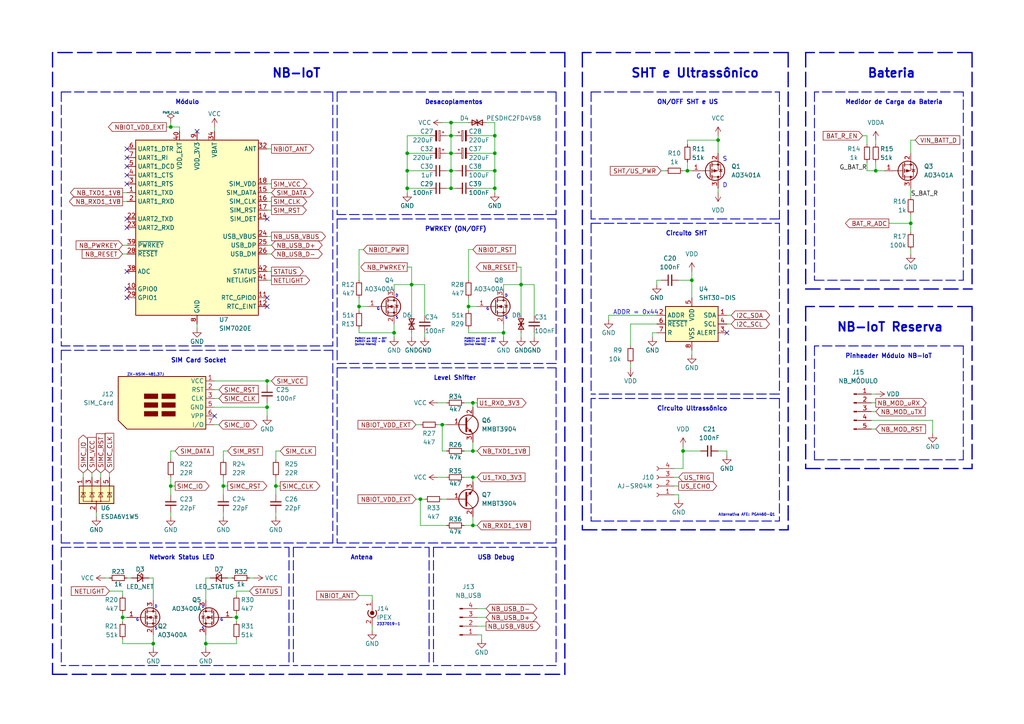
<source format=kicad_sch>
(kicad_sch (version 20211123) (generator eeschema)
  (paper "A4")
  (lib_symbols
    (symbol "Connector:Conn_01x04_Female" (pin_names (offset 1.016) hide)
      (property "Reference" "J" (at 0 5.08 0))
      (property "Value" "Conn_01x04_Female" (at 0 -7.62 0))
      (symbol "Conn_01x04_Female_1_1"
        (pin passive line (at -5.08 2.54 0) (length 3.81) (name "Pin_1") (number "1"))
        (pin passive line (at -5.08 0 0) (length 3.81) (name "Pin_2") (number "2"))
        (pin passive line (at -5.08 -2.54 0) (length 3.81) (name "Pin_3") (number "3"))
        (pin passive line (at -5.08 -5.08 0) (length 3.81) (name "Pin_4") (number "4"))
      )
    )
    (symbol "Connector:Conn_01x04_Male" (pin_names (offset 1.016) hide)
      (property "Reference" "J" (at 0 5.08 0))
      (property "Value" "Conn_01x04_Male" (at 0 -7.62 0))
      (symbol "Conn_01x04_Male_1_1"
        (pin passive line (at 5.08 2.54 180) (length 3.81) (name "Pin_1") (number "1"))
        (pin passive line (at 5.08 0 180) (length 3.81) (name "Pin_2") (number "2"))
        (pin passive line (at 5.08 -2.54 180) (length 3.81) (name "Pin_3") (number "3"))
        (pin passive line (at 5.08 -5.08 180) (length 3.81) (name "Pin_4") (number "4"))
      )
    )
    (symbol "Connector:Conn_01x05_Male" (pin_names (offset 1.016) hide)
      (property "Reference" "J" (at 0 7.62 0))
      (property "Value" "Conn_01x05_Male" (at 0 -7.62 0))
      (symbol "Conn_01x05_Male_1_1"
        (pin passive line (at 5.08 5.08 180) (length 3.81) (name "Pin_1") (number "1"))
        (pin passive line (at 5.08 2.54 180) (length 3.81) (name "Pin_2") (number "2"))
        (pin passive line (at 5.08 0 180) (length 3.81) (name "Pin_3") (number "3"))
        (pin passive line (at 5.08 -2.54 180) (length 3.81) (name "Pin_4") (number "4"))
        (pin passive line (at 5.08 -5.08 180) (length 3.81) (name "Pin_5") (number "5"))
      )
    )
    (symbol "Connector:Conn_Coaxial_Power" (pin_names (offset 1.016) hide)
      (property "Reference" "J" (at -5.08 -1.27 90))
      (property "Value" "Conn_Coaxial_Power" (at -3.175 -1.27 90))
      (symbol "Conn_Coaxial_Power_1_1"
        (pin passive line (at 0 2.54 270) (length 2.54) (name "In") (number "1"))
        (pin passive line (at 0 -5.08 90) (length 2.54) (name "Ext") (number "2"))
      )
    )
    (symbol "Connector:SIM_Card"
      (property "Reference" "J" (at -2.54 12.7 0))
      (property "Value" "SIM_Card" (at -1.27 10.16 0))
      (symbol "SIM_Card_1_1"
        (pin power_in line (at -12.7 7.62 0) (length 2.54) (name "VCC") (number "1"))
        (pin input line (at -12.7 5.08 0) (length 2.54) (name "RST") (number "2"))
        (pin input line (at -12.7 2.54 0) (length 2.54) (name "CLK") (number "3"))
        (pin power_in line (at -12.7 0 0) (length 2.54) (name "GND") (number "5"))
        (pin input line (at -12.7 -2.54 0) (length 2.54) (name "VPP") (number "6"))
        (pin bidirectional line (at -12.7 -5.08 0) (length 2.54) (name "I/O") (number "7"))
      )
    )
    (symbol "Device:C_Polarized_Small" (pin_numbers hide) (pin_names (offset 0.254) hide)
      (property "Reference" "C" (at 0.254 1.778 0))
      (property "Value" "C_Polarized_Small" (at 0.254 -2.032 0))
      (symbol "C_Polarized_Small_1_1"
        (pin passive line (at 0 2.54 270) (length 1.8542) (name "~") (number "1"))
        (pin passive line (at 0 -2.54 90) (length 1.8542) (name "~") (number "2"))
      )
    )
    (symbol "Device:C_Small" (pin_numbers hide) (pin_names (offset 0.254) hide)
      (property "Reference" "C" (at 0.254 1.778 0))
      (property "Value" "C_Small" (at 0.254 -2.032 0))
      (symbol "C_Small_1_1"
        (pin passive line (at 0 2.54 270) (length 2.032) (name "~") (number "1"))
        (pin passive line (at 0 -2.54 90) (length 2.032) (name "~") (number "2"))
      )
    )
    (symbol "Device:LED_Small" (pin_numbers hide) (pin_names (offset 0.254) hide)
      (property "Reference" "D" (at -1.27 3.175 0))
      (property "Value" "LED_Small" (at -4.445 -2.54 0))
      (symbol "LED_Small_1_1"
        (pin passive line (at -2.54 0 0) (length 1.778) (name "K") (number "1"))
        (pin passive line (at 2.54 0 180) (length 1.778) (name "A") (number "2"))
      )
    )
    (symbol "Device:Q_NPN_BCE" (pin_names (offset 0) hide)
      (property "Reference" "Q" (at 5.08 1.27 0))
      (property "Value" "Q_NPN_BCE" (at 5.08 -1.27 0))
      (symbol "Q_NPN_BCE_1_1"
        (pin input line (at -5.08 0 0) (length 5.715) (name "B") (number "1"))
        (pin passive line (at 2.54 5.08 270) (length 2.54) (name "C") (number "2"))
        (pin passive line (at 2.54 -5.08 90) (length 2.54) (name "E") (number "3"))
      )
    )
    (symbol "Device:R_Small" (pin_numbers hide) (pin_names (offset 0.254) hide)
      (property "Reference" "R" (at 0.762 0.508 0))
      (property "Value" "R_Small" (at 0.762 -1.016 0))
      (symbol "R_Small_1_1"
        (pin passive line (at 0 2.54 270) (length 0.762) (name "~") (number "1"))
        (pin passive line (at 0 -2.54 90) (length 0.762) (name "~") (number "2"))
      )
    )
    (symbol "LS_Library:D_TVS_small" (pin_numbers hide) (pin_names hide)
      (property "Reference" "D" (at 0 2.794 0))
      (property "Value" "D_TVS_small" (at 0 2.794 0))
      (symbol "D_TVS_small_1_1"
        (pin passive line (at -2.54 0 0) (length 2.54) (name "A1") (number "1"))
        (pin passive line (at 2.54 0 180) (length 2.54) (name "A2") (number "2"))
      )
    )
    (symbol "LS_Library:ESDA6V1W5" (pin_names hide)
      (property "Reference" "U" (at -11.176 -0.254 0))
      (property "Value" "ESDA6V1W5" (at -11.176 -0.254 0))
      (symbol "ESDA6V1W5_0_0"
        (pin passive line (at 0 -5.08 90) (length 2.54) (name "GND") (number "2"))
      )
      (symbol "ESDA6V1W5_1_1"
        (pin passive line (at -3.81 5.08 270) (length 2.54) (name "IO1") (number "1"))
        (pin passive line (at -1.27 5.08 270) (length 2.54) (name "IO2") (number "3"))
        (pin passive line (at 1.27 5.08 270) (length 2.54) (name "IO4") (number "4"))
        (pin passive line (at 3.81 5.08 270) (length 2.54) (name "IO5") (number "5"))
      )
    )
    (symbol "RF_GSM:SIM7020E"
      (property "Reference" "U" (at -15.24 26.67 0))
      (property "Value" "SIM7020E" (at 12.7 26.67 0))
      (symbol "SIM7020E_1_1"
        (pin output line (at -20.32 10.16 0) (length 2.54) (name "UART1_TXD") (number "1"))
        (pin bidirectional line (at -20.32 -17.78 0) (length 2.54) (name "GPIO0") (number "10"))
        (pin output line (at 20.32 -20.32 180) (length 2.54) (name "RTC_GPIO0") (number "11"))
        (pin input line (at 20.32 -22.86 180) (length 2.54) (name "RTC_EINT") (number "12"))
        (pin passive line (at 0 -27.94 90) (length 2.54) hide (name "GND") (number "13"))
        (pin input line (at 20.32 2.54 180) (length 2.54) (name "SIM_DET") (number "14"))
        (pin bidirectional line (at 20.32 10.16 180) (length 2.54) (name "SIM_DATA") (number "15"))
        (pin output line (at 20.32 7.62 180) (length 2.54) (name "SIM_CLK") (number "16"))
        (pin output line (at 20.32 5.08 180) (length 2.54) (name "SIM_RST") (number "17"))
        (pin power_out line (at 20.32 12.7 180) (length 2.54) (name "SIM_VDD") (number "18"))
        (pin passive line (at 0 -27.94 90) (length 2.54) hide (name "GND") (number "19"))
        (pin input line (at -20.32 7.62 0) (length 2.54) (name "UART1_RXD") (number "2"))
        (pin no_connect line (at 17.78 17.78 180) (length 2.54) hide (name "NC") (number "20"))
        (pin passive line (at 0 -27.94 90) (length 2.54) hide (name "GND") (number "21"))
        (pin output line (at -20.32 2.54 0) (length 2.54) (name "UART2_TXD") (number "22"))
        (pin input line (at -20.32 0 0) (length 2.54) (name "UART2_RXD") (number "23"))
        (pin input line (at 20.32 -2.54 180) (length 2.54) (name "USB_VBUS") (number "24"))
        (pin bidirectional line (at 20.32 -5.08 180) (length 2.54) (name "USB_DP") (number "25"))
        (pin bidirectional line (at 20.32 -7.62 180) (length 2.54) (name "USB_DM") (number "26"))
        (pin passive line (at 0 -27.94 90) (length 2.54) hide (name "GND") (number "27"))
        (pin input line (at -20.32 -7.62 0) (length 2.54) (name "~{RESET}") (number "28"))
        (pin bidirectional line (at -20.32 -20.32 0) (length 2.54) (name "GPIO1") (number "29"))
        (pin input line (at -20.32 12.7 0) (length 2.54) (name "UART1_RTS") (number "3"))
        (pin passive line (at 0 -27.94 90) (length 2.54) hide (name "GND") (number "30"))
        (pin passive line (at 0 -27.94 90) (length 2.54) hide (name "GND") (number "31"))
        (pin passive line (at 20.32 22.86 180) (length 2.54) (name "ANT") (number "32"))
        (pin passive line (at 0 -27.94 90) (length 2.54) hide (name "GND") (number "33"))
        (pin power_in line (at 5.08 27.94 270) (length 2.54) (name "VBAT") (number "34"))
        (pin passive line (at 5.08 27.94 270) (length 2.54) hide (name "VBAT") (number "35"))
        (pin passive line (at 0 -27.94 90) (length 2.54) hide (name "GND") (number "36"))
        (pin passive line (at 0 -27.94 90) (length 2.54) hide (name "GND") (number "37"))
        (pin input line (at -20.32 -12.7 0) (length 2.54) (name "ADC") (number "38"))
        (pin input line (at -20.32 -5.08 0) (length 2.54) (name "~{PWRKEY}") (number "39"))
        (pin output line (at -20.32 15.24 0) (length 2.54) (name "UART1_CTS") (number "4"))
        (pin power_out line (at -5.08 27.94 270) (length 2.54) (name "VDD_EXT") (number "40"))
        (pin output line (at 20.32 -15.24 180) (length 2.54) (name "NETLIGHT") (number "41"))
        (pin output line (at 20.32 -12.7 180) (length 2.54) (name "STATUS") (number "42"))
        (pin output line (at -20.32 17.78 0) (length 2.54) (name "UART1_DCD") (number "5"))
        (pin input line (at -20.32 22.86 0) (length 2.54) (name "UART1_DTR") (number "6"))
        (pin output line (at -20.32 20.32 0) (length 2.54) (name "UART1_RI") (number "7"))
        (pin power_in line (at 0 -27.94 90) (length 2.54) (name "GND") (number "8"))
        (pin power_out line (at 0 27.94 270) (length 2.54) (name "VDD_3V3") (number "9"))
      )
    )
    (symbol "Sensor_Humidity:SHT30-DIS"
      (property "Reference" "U" (at -6.35 6.35 0))
      (property "Value" "SHT30-DIS" (at 6.35 6.35 0))
      (symbol "SHT30-DIS_1_1"
        (pin bidirectional line (at 10.16 2.54 180) (length 2.54) (name "SDA") (number "1"))
        (pin input line (at -10.16 2.54 0) (length 2.54) (name "ADDR") (number "2"))
        (pin output line (at 10.16 -2.54 180) (length 2.54) (name "ALERT") (number "3"))
        (pin input line (at 10.16 0 180) (length 2.54) (name "SCL") (number "4"))
        (pin power_in line (at 0 7.62 270) (length 2.54) (name "VDD") (number "5"))
        (pin input line (at -10.16 0 0) (length 2.54) (name "~{RESET}") (number "6"))
        (pin passive line (at -10.16 -2.54 0) (length 2.54) (name "R") (number "7"))
        (pin power_in line (at 0 -7.62 90) (length 2.54) (name "VSS") (number "8"))
        (pin passive line (at 0 -7.62 90) (length 2.54) hide (name "VSS") (number "9"))
      )
    )
    (symbol "Transistor_FET:AO3400A" (pin_names hide)
      (property "Reference" "Q" (at 5.08 1.905 0))
      (property "Value" "AO3400A" (at 5.08 0 0))
      (symbol "AO3400A_1_1"
        (pin input line (at -5.08 0 0) (length 2.54) (name "G") (number "1"))
        (pin passive line (at 2.54 -5.08 90) (length 2.54) (name "S") (number "2"))
        (pin passive line (at 2.54 5.08 270) (length 2.54) (name "D") (number "3"))
      )
    )
    (symbol "Transistor_FET:AO3401A" (pin_names hide)
      (property "Reference" "Q" (at 5.08 1.905 0))
      (property "Value" "AO3401A" (at 5.08 0 0))
      (symbol "AO3401A_1_1"
        (pin input line (at -5.08 0 0) (length 2.54) (name "G") (number "1"))
        (pin passive line (at 2.54 -5.08 90) (length 2.54) (name "S") (number "2"))
        (pin passive line (at 2.54 5.08 270) (length 2.54) (name "D") (number "3"))
      )
    )
    (symbol "power:GND" (power) (pin_names (offset 0))
      (property "Value" "GND" (at 0 -3.81 0))
      (symbol "GND_1_1"
        (pin power_in line (at 0 0 270) (length 0) hide (name "GND") (number "1"))
      )
    )
    (symbol "power:PWR_FLAG" (power) (pin_numbers hide) (pin_names (offset 0) hide)
      (property "Value" "PWR_FLAG" (at 0 3.81 0))
      (symbol "PWR_FLAG_0_0"
        (pin power_out line (at 0 0 90) (length 0) (name "pwr") (number "1"))
      )
    )
    (symbol "power:VCC" (power) (pin_names (offset 0))
      (property "Value" "VCC" (at 0 3.81 0))
      (symbol "VCC_1_1"
        (pin power_in line (at 0 0 90) (length 0) hide (name "VCC") (number "1"))
      )
    )
    (symbol "power:VDD" (power) (pin_names (offset 0))
      (property "Value" "VDD" (at 0 3.81 0))
      (symbol "VDD_1_1"
        (pin power_in line (at 0 0 90) (length 0) hide (name "VDD") (number "1"))
      )
    )
    (symbol "power:VDDA" (power) (pin_names (offset 0))
      (property "Value" "VDDA" (at 0 3.81 0))
      (symbol "VDDA_1_1"
        (pin power_in line (at 0 0 90) (length 0) hide (name "VDDA") (number "1"))
      )
    )
  )
  (junction (at 35.56 179.07))
  (junction (at 151.13 82.55))
  (junction (at 49.53 36.83))
  (junction (at 130.81 44.45))
  (junction (at 137.16 116.84))
  (junction (at 77.47 118.11))
  (junction (at 135.89 88.9))
  (junction (at 104.14 88.9))
  (junction (at 128.27 123.19))
  (junction (at 146.05 96.52))
  (junction (at 199.39 49.53))
  (junction (at 130.81 35.56))
  (junction (at 119.38 82.55))
  (junction (at 200.66 81.28))
  (junction (at 143.51 54.61))
  (junction (at 264.16 64.77))
  (junction (at 130.81 54.61))
  (junction (at 118.11 54.61))
  (junction (at 114.3 96.52))
  (junction (at 44.45 186.69))
  (junction (at 143.51 39.37))
  (junction (at 59.69 186.69))
  (junction (at 68.58 179.07))
  (junction (at 143.51 44.45))
  (junction (at 137.16 138.43))
  (junction (at 49.53 140.97))
  (junction (at 80.01 140.97))
  (junction (at 64.77 140.97))
  (junction (at 198.12 130.81))
  (junction (at 130.81 39.37))
  (junction (at 77.47 110.49))
  (junction (at 130.81 49.53))
  (junction (at 118.11 44.45))
  (junction (at 208.28 40.64))
  (junction (at 118.11 49.53))
  (junction (at 137.16 130.81))
  (junction (at 137.16 152.4))
  (junction (at 121.92 144.78))
  (junction (at 254 49.53))
  (junction (at 143.51 49.53))
  (no_connect (at 210.82 96.52))
  (no_connect (at 36.83 48.26))
  (no_connect (at 36.83 53.34))
  (no_connect (at 36.83 50.8))
  (no_connect (at 36.83 45.72))
  (no_connect (at 36.83 43.18))
  (no_connect (at 36.83 66.04))
  (no_connect (at 36.83 63.5))
  (no_connect (at 57.15 38.1))
  (no_connect (at 77.47 63.5))
  (no_connect (at 62.23 120.65))
  (no_connect (at 36.83 86.36))
  (no_connect (at 36.83 83.82))
  (no_connect (at 36.83 78.74))
  (no_connect (at 77.47 86.36))
  (no_connect (at 77.47 88.9))
  (wire (pts (xy 72.39 167.64) (xy 73.66 167.64)))
  (polyline (pts (xy 171.45 115.57) (xy 171.45 151.13)) (stroke (width 0.254)))
  (wire (pts (xy 199.39 49.53) (xy 200.66 49.53)))
  (polyline (pts (xy 279.4 81.28) (xy 279.4 26.67)) (stroke (width 0.254)))
  (wire (pts (xy 64.77 148.59) (xy 64.77 149.86)))
  (polyline (pts (xy 97.79 106.68) (xy 161.29 106.68)) (stroke (width 0.254)))
  (wire (pts (xy 135.89 86.36) (xy 135.89 88.9)))
  (polyline (pts (xy 83.82 193.04) (xy 17.78 193.04)) (stroke (width 0.254)))
  (wire (pts (xy 200.66 81.28) (xy 200.66 86.36)))
  (wire (pts (xy 127 138.43) (xy 129.54 138.43)))
  (wire (pts (xy 137.16 149.86) (xy 137.16 152.4)))
  (wire (pts (xy 137.16 72.39) (xy 135.89 72.39)))
  (polyline (pts (xy 161.29 106.68) (xy 161.29 157.48)) (stroke (width 0.254)))
  (wire (pts (xy 208.28 130.81) (xy 210.82 130.81)))
  (wire (pts (xy 129.54 44.45) (xy 130.81 44.45)))
  (wire (pts (xy 264.16 62.23) (xy 264.16 64.77)))
  (wire (pts (xy 68.58 179.07) (xy 67.31 179.07)))
  (wire (pts (xy 137.16 116.84) (xy 137.16 118.11)))
  (wire (pts (xy 130.81 39.37) (xy 132.08 39.37)))
  (wire (pts (xy 196.85 143.51) (xy 195.58 143.51)))
  (wire (pts (xy 196.85 140.97) (xy 195.58 140.97)))
  (wire (pts (xy 114.3 82.55) (xy 119.38 82.55)))
  (polyline (pts (xy 17.78 158.75) (xy 83.82 158.75)) (stroke (width 0.254)))
  (polyline (pts (xy 161.29 105.41) (xy 97.79 105.41)) (stroke (width 0.254)))
  (wire (pts (xy 44.45 167.64) (xy 44.45 173.99)))
  (wire (pts (xy 146.05 96.52) (xy 146.05 97.79)))
  (wire (pts (xy 77.47 43.18) (xy 78.74 43.18)))
  (polyline (pts (xy 97.79 63.5) (xy 97.79 105.41)) (stroke (width 0.254)))
  (wire (pts (xy 199.39 46.99) (xy 199.39 49.53)))
  (wire (pts (xy 135.89 90.17) (xy 135.89 88.9)))
  (wire (pts (xy 59.69 186.69) (xy 59.69 187.96)))
  (wire (pts (xy 62.23 113.03) (xy 63.5 113.03)))
  (wire (pts (xy 199.39 41.91) (xy 199.39 40.64)))
  (wire (pts (xy 59.69 184.15) (xy 59.69 186.69)))
  (wire (pts (xy 35.56 171.45) (xy 35.56 172.72)))
  (wire (pts (xy 123.19 96.52) (xy 123.19 97.79)))
  (wire (pts (xy 118.11 44.45) (xy 118.11 49.53)))
  (polyline (pts (xy 281.94 88.9) (xy 281.94 135.89)) (stroke (width 0.381)))
  (wire (pts (xy 151.13 82.55) (xy 151.13 91.44)))
  (wire (pts (xy 264.16 64.77) (xy 264.16 67.31)))
  (wire (pts (xy 140.97 181.61) (xy 138.43 181.61)))
  (wire (pts (xy 189.23 96.52) (xy 190.5 96.52)))
  (wire (pts (xy 78.74 68.58) (xy 77.47 68.58)))
  (wire (pts (xy 140.97 35.56) (xy 143.51 35.56)))
  (wire (pts (xy 63.5 123.19) (xy 62.23 123.19)))
  (wire (pts (xy 210.82 130.81) (xy 210.82 132.08)))
  (polyline (pts (xy 279.4 26.67) (xy 236.22 26.67)) (stroke (width 0.254)))
  (wire (pts (xy 49.53 130.81) (xy 49.53 133.35)))
  (wire (pts (xy 107.95 173.99) (xy 107.95 172.72)))
  (wire (pts (xy 208.28 39.37) (xy 208.28 40.64)))
  (wire (pts (xy 254 119.38) (xy 252.73 119.38)))
  (wire (pts (xy 264.16 72.39) (xy 264.16 73.66)))
  (wire (pts (xy 105.41 72.39) (xy 104.14 72.39)))
  (polyline (pts (xy 124.46 158.75) (xy 124.46 193.04)) (stroke (width 0.254)))
  (polyline (pts (xy 163.83 15.24) (xy 163.83 195.58)) (stroke (width 0.381)))
  (polyline (pts (xy 17.78 158.75) (xy 17.78 193.04)) (stroke (width 0.254)))
  (wire (pts (xy 24.13 137.16) (xy 24.13 138.43)))
  (wire (pts (xy 254 116.84) (xy 252.73 116.84)))
  (wire (pts (xy 62.23 110.49) (xy 77.47 110.49)))
  (wire (pts (xy 134.62 138.43) (xy 137.16 138.43)))
  (wire (pts (xy 191.77 81.28) (xy 190.5 81.28)))
  (wire (pts (xy 118.11 77.47) (xy 119.38 77.47)))
  (wire (pts (xy 66.04 167.64) (xy 67.31 167.64)))
  (polyline (pts (xy 226.06 114.3) (xy 171.45 114.3)) (stroke (width 0.254)))
  (polyline (pts (xy 125.73 158.75) (xy 125.73 193.04)) (stroke (width 0.254)))
  (wire (pts (xy 128.27 35.56) (xy 130.81 35.56)))
  (polyline (pts (xy 168.91 15.24) (xy 168.91 153.67)) (stroke (width 0.381)))
  (wire (pts (xy 121.92 152.4) (xy 129.54 152.4)))
  (wire (pts (xy 26.67 137.16) (xy 26.67 138.43)))
  (wire (pts (xy 64.77 140.97) (xy 66.04 140.97)))
  (wire (pts (xy 27.94 148.59) (xy 27.94 149.86)))
  (polyline (pts (xy 161.29 63.5) (xy 161.29 105.41)) (stroke (width 0.254)))
  (wire (pts (xy 118.11 49.53) (xy 118.11 54.61)))
  (polyline (pts (xy 226.06 63.5) (xy 171.45 63.5)) (stroke (width 0.254)))
  (wire (pts (xy 35.56 71.12) (xy 36.83 71.12)))
  (polyline (pts (xy 17.78 101.6) (xy 96.52 101.6)) (stroke (width 0.254)))
  (wire (pts (xy 251.46 49.53) (xy 254 49.53)))
  (wire (pts (xy 49.53 148.59) (xy 49.53 149.86)))
  (polyline (pts (xy 233.68 135.89) (xy 281.94 135.89)) (stroke (width 0.381)))
  (polyline (pts (xy 236.22 81.28) (xy 279.4 81.28)) (stroke (width 0.254)))
  (wire (pts (xy 198.12 129.54) (xy 198.12 130.81)))
  (wire (pts (xy 120.65 144.78) (xy 121.92 144.78)))
  (wire (pts (xy 49.53 140.97) (xy 49.53 138.43)))
  (polyline (pts (xy 96.52 26.67) (xy 96.52 100.33)) (stroke (width 0.254)))
  (wire (pts (xy 137.16 128.27) (xy 137.16 130.81)))
  (polyline (pts (xy 171.45 64.77) (xy 171.45 114.3)) (stroke (width 0.254)))
  (wire (pts (xy 135.89 88.9) (xy 138.43 88.9)))
  (polyline (pts (xy 281.94 88.9) (xy 233.68 88.9)) (stroke (width 0.381)))
  (wire (pts (xy 78.74 110.49) (xy 77.47 110.49)))
  (polyline (pts (xy 168.91 153.67) (xy 228.6 153.67)) (stroke (width 0.381)))
  (wire (pts (xy 138.43 152.4) (xy 137.16 152.4)))
  (wire (pts (xy 198.12 135.89) (xy 195.58 135.89)))
  (wire (pts (xy 35.56 177.8) (xy 35.56 179.07)))
  (polyline (pts (xy 85.09 158.75) (xy 85.09 193.04)) (stroke (width 0.254)))
  (wire (pts (xy 130.81 44.45) (xy 130.81 49.53)))
  (wire (pts (xy 129.54 130.81) (xy 128.27 130.81)))
  (polyline (pts (xy 96.52 101.6) (xy 96.52 157.48)) (stroke (width 0.254)))
  (polyline (pts (xy 161.29 62.23) (xy 97.79 62.23)) (stroke (width 0.254)))
  (wire (pts (xy 130.81 39.37) (xy 130.81 44.45)))
  (polyline (pts (xy 279.4 100.33) (xy 236.22 100.33)) (stroke (width 0.254)))
  (polyline (pts (xy 236.22 133.35) (xy 279.4 133.35)) (stroke (width 0.254)))
  (wire (pts (xy 68.58 171.45) (xy 68.58 172.72)))
  (wire (pts (xy 104.14 95.25) (xy 104.14 96.52)))
  (polyline (pts (xy 228.6 15.24) (xy 228.6 153.67)) (stroke (width 0.381)))
  (wire (pts (xy 139.7 185.42) (xy 139.7 184.15)))
  (polyline (pts (xy 96.52 157.48) (xy 17.78 157.48)) (stroke (width 0.254)))
  (polyline (pts (xy 97.79 106.68) (xy 97.79 157.48)) (stroke (width 0.254)))
  (wire (pts (xy 50.8 130.81) (xy 49.53 130.81)))
  (wire (pts (xy 104.14 86.36) (xy 104.14 88.9)))
  (wire (pts (xy 77.47 118.11) (xy 62.23 118.11)))
  (polyline (pts (xy 15.24 15.24) (xy 15.24 195.58)) (stroke (width 0.381)))
  (wire (pts (xy 134.62 116.84) (xy 137.16 116.84)))
  (wire (pts (xy 52.07 36.83) (xy 52.07 38.1)))
  (wire (pts (xy 143.51 54.61) (xy 143.51 55.88)))
  (wire (pts (xy 49.53 35.56) (xy 49.53 36.83)))
  (wire (pts (xy 80.01 148.59) (xy 80.01 149.86)))
  (wire (pts (xy 176.53 91.44) (xy 190.5 91.44)))
  (wire (pts (xy 212.09 91.44) (xy 210.82 91.44)))
  (polyline (pts (xy 97.79 63.5) (xy 161.29 63.5)) (stroke (width 0.254)))
  (wire (pts (xy 251.46 39.37) (xy 250.19 39.37)))
  (wire (pts (xy 119.38 82.55) (xy 123.19 82.55)))
  (wire (pts (xy 128.27 130.81) (xy 128.27 123.19)))
  (wire (pts (xy 134.62 130.81) (xy 137.16 130.81)))
  (polyline (pts (xy 15.24 195.58) (xy 163.83 195.58)) (stroke (width 0.381)))
  (polyline (pts (xy 171.45 64.77) (xy 226.06 64.77)) (stroke (width 0.254)))
  (wire (pts (xy 124.46 39.37) (xy 118.11 39.37)))
  (wire (pts (xy 118.11 49.53) (xy 124.46 49.53)))
  (wire (pts (xy 143.51 54.61) (xy 137.16 54.61)))
  (polyline (pts (xy 85.09 158.75) (xy 124.46 158.75)) (stroke (width 0.254)))
  (wire (pts (xy 57.15 93.98) (xy 57.15 95.25)))
  (wire (pts (xy 118.11 54.61) (xy 118.11 55.88)))
  (wire (pts (xy 129.54 49.53) (xy 130.81 49.53)))
  (wire (pts (xy 130.81 44.45) (xy 132.08 44.45)))
  (wire (pts (xy 198.12 130.81) (xy 198.12 135.89)))
  (wire (pts (xy 78.74 71.12) (xy 77.47 71.12)))
  (wire (pts (xy 78.74 55.88) (xy 77.47 55.88)))
  (wire (pts (xy 118.11 39.37) (xy 118.11 44.45)))
  (wire (pts (xy 44.45 184.15) (xy 44.45 186.69)))
  (wire (pts (xy 198.12 130.81) (xy 203.2 130.81)))
  (wire (pts (xy 35.56 185.42) (xy 35.56 186.69)))
  (polyline (pts (xy 17.78 26.67) (xy 96.52 26.67)) (stroke (width 0.254)))
  (wire (pts (xy 138.43 130.81) (xy 137.16 130.81)))
  (wire (pts (xy 78.74 53.34) (xy 77.47 53.34)))
  (wire (pts (xy 104.14 96.52) (xy 114.3 96.52)))
  (wire (pts (xy 200.66 78.74) (xy 200.66 81.28)))
  (wire (pts (xy 43.18 167.64) (xy 44.45 167.64)))
  (polyline (pts (xy 124.46 193.04) (xy 85.09 193.04)) (stroke (width 0.254)))
  (wire (pts (xy 77.47 110.49) (xy 77.47 111.76)))
  (wire (pts (xy 200.66 101.6) (xy 200.66 102.87)))
  (polyline (pts (xy 226.06 26.67) (xy 226.06 63.5)) (stroke (width 0.254)))
  (wire (pts (xy 104.14 90.17) (xy 104.14 88.9)))
  (wire (pts (xy 121.92 144.78) (xy 123.19 144.78)))
  (wire (pts (xy 182.88 106.68) (xy 182.88 105.41)))
  (polyline (pts (xy 233.68 88.9) (xy 233.68 135.89)) (stroke (width 0.381)))
  (wire (pts (xy 137.16 44.45) (xy 143.51 44.45)))
  (wire (pts (xy 124.46 44.45) (xy 118.11 44.45)))
  (wire (pts (xy 130.81 54.61) (xy 132.08 54.61)))
  (wire (pts (xy 49.53 36.83) (xy 52.07 36.83)))
  (wire (pts (xy 66.04 130.81) (xy 64.77 130.81)))
  (wire (pts (xy 196.85 138.43) (xy 195.58 138.43)))
  (wire (pts (xy 140.97 179.07) (xy 138.43 179.07)))
  (wire (pts (xy 107.95 181.61) (xy 107.95 182.88)))
  (wire (pts (xy 154.94 96.52) (xy 154.94 97.79)))
  (wire (pts (xy 80.01 143.51) (xy 80.01 140.97)))
  (wire (pts (xy 140.97 176.53) (xy 138.43 176.53)))
  (polyline (pts (xy 97.79 26.67) (xy 97.79 62.23)) (stroke (width 0.254)))
  (wire (pts (xy 130.81 35.56) (xy 135.89 35.56)))
  (wire (pts (xy 146.05 93.98) (xy 146.05 96.52)))
  (wire (pts (xy 49.53 143.51) (xy 49.53 140.97)))
  (polyline (pts (xy 125.73 158.75) (xy 161.29 158.75)) (stroke (width 0.254)))
  (wire (pts (xy 77.47 78.74) (xy 78.74 78.74)))
  (wire (pts (xy 254 46.99) (xy 254 49.53)))
  (wire (pts (xy 35.56 58.42) (xy 36.83 58.42)))
  (wire (pts (xy 137.16 39.37) (xy 143.51 39.37)))
  (wire (pts (xy 123.19 82.55) (xy 123.19 91.44)))
  (wire (pts (xy 270.51 125.73) (xy 270.51 121.92)))
  (polyline (pts (xy 161.29 157.48) (xy 97.79 157.48)) (stroke (width 0.254)))
  (wire (pts (xy 80.01 130.81) (xy 80.01 133.35)))
  (wire (pts (xy 29.21 137.16) (xy 29.21 138.43)))
  (wire (pts (xy 78.74 60.96) (xy 77.47 60.96)))
  (polyline (pts (xy 233.68 83.82) (xy 281.94 83.82)) (stroke (width 0.381)))
  (polyline (pts (xy 279.4 133.35) (xy 279.4 100.33)) (stroke (width 0.254)))
  (wire (pts (xy 257.81 64.77) (xy 264.16 64.77)))
  (polyline (pts (xy 161.29 158.75) (xy 161.29 193.04)) (stroke (width 0.254)))
  (wire (pts (xy 151.13 82.55) (xy 154.94 82.55)))
  (polyline (pts (xy 171.45 26.67) (xy 226.06 26.67)) (stroke (width 0.254)))
  (polyline (pts (xy 17.78 26.67) (xy 17.78 100.33)) (stroke (width 0.254)))
  (wire (pts (xy 78.74 73.66) (xy 77.47 73.66)))
  (wire (pts (xy 77.47 116.84) (xy 77.47 118.11)))
  (wire (pts (xy 120.65 123.19) (xy 121.92 123.19)))
  (polyline (pts (xy 161.29 26.67) (xy 161.29 62.23)) (stroke (width 0.254)))
  (wire (pts (xy 196.85 144.78) (xy 196.85 143.51)))
  (wire (pts (xy 119.38 82.55) (xy 119.38 91.44)))
  (polyline (pts (xy 171.45 151.13) (xy 226.06 151.13)) (stroke (width 0.254)))
  (polyline (pts (xy 96.52 100.33) (xy 17.78 100.33)) (stroke (width 0.254)))
  (wire (pts (xy 199.39 40.64) (xy 208.28 40.64)))
  (wire (pts (xy 182.88 100.33) (xy 182.88 93.98)))
  (wire (pts (xy 212.09 93.98) (xy 210.82 93.98)))
  (wire (pts (xy 129.54 54.61) (xy 130.81 54.61)))
  (wire (pts (xy 130.81 35.56) (xy 130.81 39.37)))
  (wire (pts (xy 196.85 81.28) (xy 200.66 81.28)))
  (polyline (pts (xy 226.06 64.77) (xy 226.06 114.3)) (stroke (width 0.254)))
  (wire (pts (xy 77.47 81.28) (xy 78.74 81.28)))
  (wire (pts (xy 114.3 93.98) (xy 114.3 96.52)))
  (wire (pts (xy 62.23 36.83) (xy 62.23 38.1)))
  (wire (pts (xy 151.13 77.47) (xy 151.13 82.55)))
  (wire (pts (xy 176.53 91.44) (xy 176.53 92.71)))
  (wire (pts (xy 31.75 137.16) (xy 31.75 138.43)))
  (wire (pts (xy 35.56 180.34) (xy 35.56 179.07)))
  (wire (pts (xy 77.47 120.65) (xy 77.47 118.11)))
  (wire (pts (xy 68.58 186.69) (xy 59.69 186.69)))
  (wire (pts (xy 127 123.19) (xy 128.27 123.19)))
  (wire (pts (xy 114.3 96.52) (xy 114.3 97.79)))
  (wire (pts (xy 143.51 35.56) (xy 143.51 39.37)))
  (wire (pts (xy 31.75 171.45) (xy 35.56 171.45)))
  (wire (pts (xy 264.16 40.64) (xy 265.43 40.64)))
  (wire (pts (xy 251.46 41.91) (xy 251.46 39.37)))
  (wire (pts (xy 118.11 54.61) (xy 124.46 54.61)))
  (polyline (pts (xy 161.29 193.04) (xy 125.73 193.04)) (stroke (width 0.254)))
  (polyline (pts (xy 97.79 26.67) (xy 161.29 26.67)) (stroke (width 0.254)))
  (polyline (pts (xy 236.22 100.33) (xy 236.22 133.35)) (stroke (width 0.254)))
  (wire (pts (xy 270.51 121.92) (xy 252.73 121.92)))
  (wire (pts (xy 128.27 123.19) (xy 129.54 123.19)))
  (wire (pts (xy 264.16 40.64) (xy 264.16 44.45)))
  (wire (pts (xy 135.89 96.52) (xy 146.05 96.52)))
  (wire (pts (xy 129.54 39.37) (xy 130.81 39.37)))
  (wire (pts (xy 72.39 171.45) (xy 68.58 171.45)))
  (wire (pts (xy 143.51 39.37) (xy 143.51 44.45)))
  (wire (pts (xy 137.16 138.43) (xy 137.16 139.7)))
  (wire (pts (xy 49.53 140.97) (xy 50.8 140.97)))
  (wire (pts (xy 31.75 167.64) (xy 30.48 167.64)))
  (polyline (pts (xy 233.68 15.24) (xy 233.68 83.82)) (stroke (width 0.381)))
  (wire (pts (xy 198.12 49.53) (xy 199.39 49.53)))
  (wire (pts (xy 81.28 130.81) (xy 80.01 130.81)))
  (wire (pts (xy 254 40.64) (xy 254 41.91)))
  (wire (pts (xy 64.77 140.97) (xy 64.77 138.43)))
  (polyline (pts (xy 281.94 15.24) (xy 281.94 83.82)) (stroke (width 0.381)))
  (wire (pts (xy 44.45 186.69) (xy 44.45 187.96)))
  (wire (pts (xy 137.16 49.53) (xy 143.51 49.53)))
  (wire (pts (xy 135.89 72.39) (xy 135.89 81.28)))
  (polyline (pts (xy 163.83 15.24) (xy 15.24 15.24)) (stroke (width 0.381)))
  (wire (pts (xy 60.96 167.64) (xy 59.69 167.64)))
  (wire (pts (xy 104.14 172.72) (xy 107.95 172.72)))
  (wire (pts (xy 135.89 95.25) (xy 135.89 96.52)))
  (wire (pts (xy 130.81 49.53) (xy 132.08 49.53)))
  (wire (pts (xy 252.73 114.3) (xy 254 114.3)))
  (wire (pts (xy 182.88 93.98) (xy 190.5 93.98)))
  (polyline (pts (xy 226.06 115.57) (xy 226.06 151.13)) (stroke (width 0.254)))
  (wire (pts (xy 208.28 54.61) (xy 208.28 55.88)))
  (wire (pts (xy 254 49.53) (xy 256.54 49.53)))
  (wire (pts (xy 48.26 36.83) (xy 49.53 36.83)))
  (wire (pts (xy 68.58 180.34) (xy 68.58 179.07)))
  (wire (pts (xy 62.23 115.57) (xy 63.5 115.57)))
  (polyline (pts (xy 171.45 26.67) (xy 171.45 63.5)) (stroke (width 0.254)))
  (wire (pts (xy 35.56 55.88) (xy 36.83 55.88)))
  (wire (pts (xy 264.16 54.61) (xy 264.16 57.15)))
  (wire (pts (xy 35.56 73.66) (xy 36.83 73.66)))
  (wire (pts (xy 190.5 81.28) (xy 190.5 82.55)))
  (polyline (pts (xy 236.22 26.67) (xy 236.22 81.28)) (stroke (width 0.254)))
  (wire (pts (xy 64.77 130.81) (xy 64.77 133.35)))
  (wire (pts (xy 143.51 44.45) (xy 143.51 49.53)))
  (wire (pts (xy 35.56 179.07) (xy 36.83 179.07)))
  (wire (pts (xy 104.14 72.39) (xy 104.14 81.28)))
  (wire (pts (xy 59.69 167.64) (xy 59.69 173.99)))
  (wire (pts (xy 146.05 82.55) (xy 151.13 82.55)))
  (wire (pts (xy 121.92 152.4) (xy 121.92 144.78)))
  (wire (pts (xy 151.13 96.52) (xy 151.13 97.79)))
  (wire (pts (xy 146.05 82.55) (xy 146.05 83.82)))
  (polyline (pts (xy 83.82 158.75) (xy 83.82 193.04)) (stroke (width 0.254)))
  (wire (pts (xy 143.51 49.53) (xy 143.51 54.61)))
  (wire (pts (xy 38.1 167.64) (xy 36.83 167.64)))
  (polyline (pts (xy 226.06 115.57) (xy 171.45 115.57)) (stroke (width 0.254)))
  (wire (pts (xy 80.01 140.97) (xy 80.01 138.43)))
  (wire (pts (xy 68.58 185.42) (xy 68.58 186.69)))
  (polyline (pts (xy 228.6 15.24) (xy 168.91 15.24)) (stroke (width 0.381)))
  (wire (pts (xy 251.46 46.99) (xy 251.46 49.53)))
  (wire (pts (xy 189.23 97.79) (xy 189.23 96.52)))
  (wire (pts (xy 139.7 184.15) (xy 138.43 184.15)))
  (wire (pts (xy 127 116.84) (xy 129.54 116.84)))
  (polyline (pts (xy 17.78 101.6) (xy 17.78 157.48)) (stroke (width 0.254)))
  (wire (pts (xy 68.58 177.8) (xy 68.58 179.07)))
  (wire (pts (xy 78.74 58.42) (xy 77.47 58.42)))
  (wire (pts (xy 149.86 77.47) (xy 151.13 77.47)))
  (wire (pts (xy 35.56 186.69) (xy 44.45 186.69)))
  (wire (pts (xy 114.3 82.55) (xy 114.3 83.82)))
  (wire (pts (xy 134.62 152.4) (xy 137.16 152.4)))
  (wire (pts (xy 154.94 82.55) (xy 154.94 91.44)))
  (wire (pts (xy 138.43 138.43) (xy 137.16 138.43)))
  (wire (pts (xy 191.77 49.53) (xy 193.04 49.53)))
  (wire (pts (xy 64.77 143.51) (xy 64.77 140.97)))
  (wire (pts (xy 128.27 144.78) (xy 129.54 144.78)))
  (polyline (pts (xy 281.94 15.24) (xy 233.68 15.24)) (stroke (width 0.381)))
  (wire (pts (xy 104.14 88.9) (xy 106.68 88.9)))
  (wire (pts (xy 80.01 140.97) (xy 81.28 140.97)))
  (wire (pts (xy 138.43 116.84) (xy 137.16 116.84)))
  (wire (pts (xy 119.38 96.52) (xy 119.38 97.79)))
  (wire (pts (xy 130.81 49.53) (xy 130.81 54.61)))
  (wire (pts (xy 208.28 40.64) (xy 208.28 44.45)))
  (wire (pts (xy 119.38 77.47) (xy 119.38 82.55)))
  (wire (pts (xy 252.73 124.46) (xy 254 124.46)))
  (text "Circuito Ultrassônico" (at 190.5 119.38 0) (effects (font (size 1.27 1.27) (thickness 0.254) bold) (justify left bottom)))
  (text "PWRKEY (ON/OFF)" (at 123.19 67.31 0) (effects (font (size 1.27 1.27) (thickness 0.254) bold) (justify left bottom)))
  (text "Circuito SHT" (at 193.04 68.58 0) (effects (font (size 1.27 1.27) (thickness 0.254) bold) (justify left bottom)))
  (text "PWRKEY em GND = OFF\nPWRKEY em VCC = ON\n(pullup interno)" (at 102.87 100.33 0) (effects (font (size 0.508 0.508)) (justify left bottom)))
  (text "S" (at 115.57 92.71 180) (effects (font (size 0.762 0.762)) (justify right bottom)))
  (text "Pinheader Módulo NB-IoT" (at 245.11 104.14 0) (effects (font (size 1.27 1.27) (thickness 0.254) bold) (justify left bottom)))
  (text "G" (at 39.37 180.34 0) (effects (font (size 0.762 0.762)) (justify left bottom)))
  (text "D" (at 147.32 86.36 180) (effects (font (size 0.762 0.762)) (justify right bottom)))
  (text "G" (at 140.97 90.17 0) (effects (font (size 0.762 0.762)) (justify left bottom)))
  (text "ON/OFF SHT e US" (at 190.5 30.48 0) (effects (font (size 1.27 1.27) (thickness 0.254) bold) (justify left bottom)))
  (text "2337019-1" (at 109.22 181.61 0) (effects (font (size 0.762 0.762)) (justify left bottom)))
  (text "Network Status LED" (at 43.18 162.56 0) (effects (font (size 1.27 1.27) (thickness 0.254) bold) (justify left bottom)))
  (text "USB Debug" (at 138.43 162.56 0) (effects (font (size 1.27 1.27) (thickness 0.254) bold) (justify left bottom)))
  (text "D" (at 45.72 176.53 180) (effects (font (size 0.762 0.762)) (justify right bottom)))
  (text "D" (at 58.42 176.53 0) (effects (font (size 0.762 0.762)) (justify left bottom)))
  (text "S" (at 45.72 182.88 180) (effects (font (size 0.762 0.762)) (justify right bottom)))
  (text "NB-IoT Reserva" (at 242.57 96.52 0) (effects (font (size 2.54 2.54) (thickness 0.508) bold) (justify left bottom)))
  (text "G" (at 201.93 52.07 0) (effects (font (size 1.27 1.27)) (justify left bottom)))
  (text "Antena" (at 101.6 162.56 0) (effects (font (size 1.27 1.27) (thickness 0.254) bold) (justify left bottom)))
  (text "NB-IoT" (at 78.74 22.86 0) (effects (font (size 2.54 2.54) (thickness 0.508) bold) (justify left bottom)))
  (text "Bateria" (at 251.46 22.86 0) (effects (font (size 2.54 2.54) (thickness 0.508) bold) (justify left bottom)))
  (text "S" (at 209.55 46.99 0) (effects (font (size 1.27 1.27)) (justify left bottom)))
  (text "Level Shifter" (at 125.73 110.49 0) (effects (font (size 1.27 1.27) (thickness 0.254) bold) (justify left bottom)))
  (text "SIM Card Socket" (at 49.53 105.41 0) (effects (font (size 1.27 1.27) (thickness 0.254) bold) (justify left bottom)))
  (text "Medidor de Carga da Bateria" (at 245.11 30.48 0) (effects (font (size 1.27 1.27) (thickness 0.254) bold) (justify left bottom)))
  (text "SHT e Ultrassônico" (at 182.88 22.86 0) (effects (font (size 2.54 2.54) (thickness 0.508) bold) (justify left bottom)))
  (text "D" (at 209.55 54.61 0) (effects (font (size 1.27 1.27)) (justify left bottom)))
  (text "D" (at 115.57 86.36 180) (effects (font (size 0.762 0.762)) (justify right bottom)))
  (text "PWRKEY em GND = OFF\nPWRKEY em VCC = ON\n(pullup interno)" (at 134.62 100.33 0) (effects (font (size 0.508 0.508)) (justify left bottom)))
  (text "S" (at 147.32 92.71 180) (effects (font (size 0.762 0.762)) (justify right bottom)))
  (text "Desacoplamentos" (at 123.19 30.48 0) (effects (font (size 1.27 1.27) (thickness 0.254) bold) (justify left bottom)))
  (text "ZX-NSIM-481.37J" (at 36.83 109.22 0) (effects (font (size 0.762 0.762)) (justify left bottom)))
  (text "Alternativa AFE: PGA460-Q1" (at 208.28 149.86 0) (effects (font (size 0.762 0.762)) (justify left bottom)))
  (text "ADDR = 0x44" (at 177.8 91.44 0) (effects (font (size 1.27 1.27)) (justify left bottom)))
  (text "Módulo" (at 50.8 30.48 0) (effects (font (size 1.27 1.27) (thickness 0.254) bold) (justify left bottom)))
  (text "G" (at 109.22 90.17 0) (effects (font (size 0.762 0.762)) (justify left bottom)))
  (text "S" (at 58.42 182.88 0) (effects (font (size 0.762 0.762)) (justify left bottom)))
  (text "G" (at 64.77 180.34 180) (effects (font (size 0.762 0.762)) (justify right bottom)))
  (label "S_BAT_R" (at 264.16 57.15 0))
  (label "G_BAT_R" (at 251.46 49.53 180))
  (global_label "SIMC_CLK" (shape input) (at 31.75 137.16 90) (property "Intersheet References" "${INTERSHEET_REFS}" (effects hide)))
  (global_label "BAT_R_EN" (shape input) (at 250.19 39.37 180) (property "Intersheet References" "${INTERSHEET_REFS}" (effects hide)))
  (global_label "NB_MOD_uTX" (shape input) (at 254 119.38 0) (property "Intersheet References" "${INTERSHEET_REFS}" (effects hide)))
  (global_label "SIMC_IO" (shape bidirectional) (at 24.13 137.16 90) (property "Intersheet References" "${INTERSHEET_REFS}" (effects hide)))
  (global_label "NB_TXD1_1V8" (shape input) (at 138.43 130.81 0) (property "Intersheet References" "${INTERSHEET_REFS}" (effects hide)))
  (global_label "I2C_SCL" (shape bidirectional) (at 212.09 93.98 0) (property "Intersheet References" "${INTERSHEET_REFS}" (effects hide)))
  (global_label "NBIOT_ANT" (shape input) (at 104.14 172.72 180) (property "Intersheet References" "${INTERSHEET_REFS}" (effects hide)))
  (global_label "NBIOT_PWR" (shape input) (at 105.41 72.39 0) (property "Intersheet References" "${INTERSHEET_REFS}" (effects hide)))
  (global_label "SIM_VCC" (shape input) (at 78.74 110.49 0) (property "Intersheet References" "${INTERSHEET_REFS}" (effects hide)))
  (global_label "NB_MOD_RST" (shape input) (at 254 124.46 0) (property "Intersheet References" "${INTERSHEET_REFS}" (effects hide)))
  (global_label "NB_PWRKEY" (shape output) (at 118.11 77.47 180) (property "Intersheet References" "${INTERSHEET_REFS}" (effects hide)))
  (global_label "SIMC_RST" (shape input) (at 29.21 137.16 90) (property "Intersheet References" "${INTERSHEET_REFS}" (effects hide)))
  (global_label "NBIOT_VDD_EXT" (shape input) (at 120.65 123.19 180) (property "Intersheet References" "${INTERSHEET_REFS}" (effects hide)))
  (global_label "SIM_RST" (shape input) (at 66.04 130.81 0) (property "Intersheet References" "${INTERSHEET_REFS}" (effects hide)))
  (global_label "SIM_VCC" (shape input) (at 26.67 137.16 90) (property "Intersheet References" "${INTERSHEET_REFS}" (effects hide)))
  (global_label "SIM_RST" (shape output) (at 78.74 60.96 0) (property "Intersheet References" "${INTERSHEET_REFS}" (effects hide)))
  (global_label "NB_RESET" (shape output) (at 149.86 77.47 180) (property "Intersheet References" "${INTERSHEET_REFS}" (effects hide)))
  (global_label "NB_USB_D-" (shape bidirectional) (at 78.74 73.66 0) (property "Intersheet References" "${INTERSHEET_REFS}" (effects hide)))
  (global_label "SIMC_RST" (shape output) (at 66.04 140.97 0) (property "Intersheet References" "${INTERSHEET_REFS}" (effects hide)))
  (global_label "NB_USB_VBUS" (shape output) (at 78.74 68.58 0) (property "Intersheet References" "${INTERSHEET_REFS}" (effects hide)))
  (global_label "SIM_DATA" (shape input) (at 50.8 130.81 0) (property "Intersheet References" "${INTERSHEET_REFS}" (effects hide)))
  (global_label "VIN_BATT_D" (shape input) (at 265.43 40.64 0) (property "Intersheet References" "${INTERSHEET_REFS}" (effects hide)))
  (global_label "NB_TXD1_1V8" (shape output) (at 35.56 55.88 180) (property "Intersheet References" "${INTERSHEET_REFS}" (effects hide)))
  (global_label "NBIOT_RST" (shape input) (at 137.16 72.39 0) (property "Intersheet References" "${INTERSHEET_REFS}" (effects hide)))
  (global_label "SIM_CLK" (shape output) (at 78.74 58.42 0) (property "Intersheet References" "${INTERSHEET_REFS}" (effects hide)))
  (global_label "SIMC_CLK" (shape output) (at 81.28 140.97 0) (property "Intersheet References" "${INTERSHEET_REFS}" (effects hide)))
  (global_label "NB_PWRKEY" (shape input) (at 35.56 71.12 180) (property "Intersheet References" "${INTERSHEET_REFS}" (effects hide)))
  (global_label "NBIOT_VDD_EXT" (shape input) (at 120.65 144.78 180) (property "Intersheet References" "${INTERSHEET_REFS}" (effects hide)))
  (global_label "SIMC_CLK" (shape input) (at 63.5 115.57 0) (property "Intersheet References" "${INTERSHEET_REFS}" (effects hide)))
  (global_label "NB_USB_VBUS" (shape output) (at 140.97 181.61 0) (property "Intersheet References" "${INTERSHEET_REFS}" (effects hide)))
  (global_label "NBIOT_ANT" (shape output) (at 78.74 43.18 0) (property "Intersheet References" "${INTERSHEET_REFS}" (effects hide)))
  (global_label "STATUS" (shape input) (at 72.39 171.45 0) (property "Intersheet References" "${INTERSHEET_REFS}" (effects hide)))
  (global_label "STATUS" (shape output) (at 78.74 78.74 0) (property "Intersheet References" "${INTERSHEET_REFS}" (effects hide)))
  (global_label "SIM_CLK" (shape input) (at 81.28 130.81 0) (property "Intersheet References" "${INTERSHEET_REFS}" (effects hide)))
  (global_label "SHT{slash}US_PWR" (shape input) (at 191.77 49.53 180) (property "Intersheet References" "${INTERSHEET_REFS}" (effects hide)))
  (global_label "US_TRIG" (shape input) (at 196.85 138.43 0) (property "Intersheet References" "${INTERSHEET_REFS}" (effects hide)))
  (global_label "SIM_DATA" (shape bidirectional) (at 78.74 55.88 0) (property "Intersheet References" "${INTERSHEET_REFS}" (effects hide)))
  (global_label "U1_RXD_3V3" (shape output) (at 138.43 116.84 0) (property "Intersheet References" "${INTERSHEET_REFS}" (effects hide)))
  (global_label "NB_MOD_uRX" (shape output) (at 254 116.84 0) (property "Intersheet References" "${INTERSHEET_REFS}" (effects hide)))
  (global_label "NBIOT_VDD_EXT" (shape output) (at 48.26 36.83 180) (property "Intersheet References" "${INTERSHEET_REFS}" (effects hide)))
  (global_label "BAT_R_ADC" (shape output) (at 257.81 64.77 180) (property "Intersheet References" "${INTERSHEET_REFS}" (effects hide)))
  (global_label "SIM_VCC" (shape output) (at 78.74 53.34 0) (property "Intersheet References" "${INTERSHEET_REFS}" (effects hide)))
  (global_label "SIMC_RST" (shape input) (at 63.5 113.03 0) (property "Intersheet References" "${INTERSHEET_REFS}" (effects hide)))
  (global_label "NETLIGHT" (shape input) (at 31.75 171.45 180) (property "Intersheet References" "${INTERSHEET_REFS}" (effects hide)))
  (global_label "NB_RESET" (shape input) (at 35.56 73.66 180) (property "Intersheet References" "${INTERSHEET_REFS}" (effects hide)))
  (global_label "U1_TXD_3V3" (shape input) (at 138.43 138.43 0) (property "Intersheet References" "${INTERSHEET_REFS}" (effects hide)))
  (global_label "NB_USB_D-" (shape bidirectional) (at 140.97 176.53 0) (property "Intersheet References" "${INTERSHEET_REFS}" (effects hide)))
  (global_label "SIMC_IO" (shape bidirectional) (at 63.5 123.19 0) (property "Intersheet References" "${INTERSHEET_REFS}" (effects hide)))
  (global_label "SIMC_IO" (shape output) (at 50.8 140.97 0) (property "Intersheet References" "${INTERSHEET_REFS}" (effects hide)))
  (global_label "NETLIGHT" (shape output) (at 78.74 81.28 0) (property "Intersheet References" "${INTERSHEET_REFS}" (effects hide)))
  (global_label "NB_RXD1_1V8" (shape output) (at 35.56 58.42 180) (property "Intersheet References" "${INTERSHEET_REFS}" (effects hide)))
  (global_label "NB_RXD1_1V8" (shape input) (at 138.43 152.4 0) (property "Intersheet References" "${INTERSHEET_REFS}" (effects hide)))
  (global_label "US_ECHO" (shape output) (at 196.85 140.97 0) (property "Intersheet References" "${INTERSHEET_REFS}" (effects hide)))
  (global_label "NB_USB_D+" (shape bidirectional) (at 78.74 71.12 0) (property "Intersheet References" "${INTERSHEET_REFS}" (effects hide)))
  (global_label "I2C_SDA" (shape bidirectional) (at 212.09 91.44 0) (property "Intersheet References" "${INTERSHEET_REFS}" (effects hide)))
  (global_label "NB_USB_D+" (shape bidirectional) (at 140.97 179.07 0) (property "Intersheet References" "${INTERSHEET_REFS}" (effects hide)))
  (symbol (lib_id "power:VCC") (at 30.48 167.64 90) (mirror x) (unit 1)
    (property "Reference" "#PWR085" (effects hide))
    (property "Value" "VCC" (at 25.4 167.64 90))
  )
  (symbol (lib_id "Connector:Conn_01x04_Male") (at 133.35 181.61 0) (mirror x) (unit 1)
    (property "Reference" "J13" (at 135.89 170.18 0))
    (property "Value" "NB_USB" (at 135.89 172.72 0))
    (property "Footprint" "Connector_PinHeader_2.54mm:PinHeader_1x04_P2.54mm_Vertical" (effects hide))
  )
  (symbol (lib_id "power:GND") (at 107.95 182.88 0) (unit 1)
    (property "Reference" "#PWR084" (effects hide))
    (property "Value" "GND" (at 107.95 186.69 0))
  )
  (symbol (lib_id "power:VCC") (at 62.23 36.83 0) (unit 1)
    (property "Reference" "#PWR0104" (effects hide))
    (property "Value" "VCC" (at 62.23 33.02 0))
  )
  (symbol (lib_id "power:GND") (at 151.13 97.79 0) (unit 1)
    (property "Reference" "#PWR0105" (effects hide))
    (property "Value" "GND" (at 151.13 101.6 0))
  )
  (symbol (lib_id "Device:C_Polarized_Small") (at 134.62 44.45 90) (mirror x) (unit 1)
    (property "Reference" "C37" (at 135.89 43.18 90) (effects (justify right)))
    (property "Value" "220uF" (at 135.89 45.72 90) (effects (justify right)))
    (property "Footprint" "Capacitor_Tantalum_SMD:CP_EIA-3528-12_Kemet-T" (effects hide))
  )
  (symbol (lib_id "power:GND") (at 80.01 149.86 0) (unit 1)
    (property "Reference" "#PWR067" (effects hide))
    (property "Value" "GND" (at 80.01 153.67 0))
  )
  (symbol (lib_id "Device:R_Small") (at 35.56 182.88 0) (unit 1)
    (property "Reference" "R21" (at 34.29 181.61 0) (effects (justify right)))
    (property "Value" "51k" (at 34.29 184.15 0) (effects (justify right)))
    (property "Footprint" "Resistor_SMD:R_0603_1608Metric" (effects hide))
    (property "LCSC Part Number" "C23196" (effects hide))
    (property "LCSC" "C23196" (effects hide))
  )
  (symbol (lib_id "power:VCC") (at 73.66 167.64 270) (unit 1)
    (property "Reference" "#PWR087" (effects hide))
    (property "Value" "VCC" (at 78.74 167.64 90))
  )
  (symbol (lib_id "power:VDD") (at 200.66 78.74 0) (unit 1)
    (property "Reference" "#PWR053" (effects hide))
    (property "Value" "VDD" (at 200.66 73.66 0))
  )
  (symbol (lib_id "Transistor_FET:AO3401A") (at 261.62 49.53 0) (mirror x) (unit 1)
    (property "Reference" "Q3" (at 267.97 48.2599 0) (effects (justify left)))
    (property "Value" "AO3401A" (at 267.97 50.7999 0) (effects (justify left)))
    (property "Footprint" "Package_TO_SOT_SMD:SOT-23" (effects hide))
    (property "Datasheet" "http://www.aosmd.com/pdfs/datasheet/AO3401A.pdf" (effects hide))
    (property "LCSC Part Number" "C15127" (effects hide))
    (property "LCSC" "C15127" (effects hide))
  )
  (symbol (lib_id "Device:C_Small") (at 194.31 81.28 90) (unit 1)
    (property "Reference" "C20" (at 194.3163 74.93 90))
    (property "Value" "100nF" (at 194.3163 77.47 90))
    (property "Footprint" "Capacitor_SMD:C_0603_1608Metric" (effects hide))
    (property "LCSC Part Number" "C14663" (effects hide))
    (property "LCSC" "C14663" (effects hide))
  )
  (symbol (lib_id "Device:LED_Small") (at 40.64 167.64 0) (mirror y) (unit 1)
    (property "Reference" "D3" (at 40.64 165.1 0))
    (property "Value" "LED_NET" (at 40.64 170.18 0))
    (property "Footprint" "LED_SMD:LED_0603_1608Metric" (effects hide))
    (property "LCSC Part Number" "C2286" (effects hide))
    (property "LCSC" "C2286" (effects hide))
  )
  (symbol (lib_id "Device:Q_NPN_BCE") (at 134.62 144.78 0) (mirror x) (unit 1)
    (property "Reference" "Q7" (at 139.7 143.5099 0) (effects (justify left)))
    (property "Value" "MMBT3904" (at 139.7 146.0499 0) (effects (justify left)))
    (property "Footprint" "Footprint_Library:TBJ_SOT-23" (effects hide))
    (property "LCSC Part Number" "C20526" (effects hide))
    (property "LCSC" "C20526" (effects hide))
  )
  (symbol (lib_id "power:VDDA") (at 254 40.64 0) (unit 1)
    (property "Reference" "#PWR059" (effects hide))
    (property "Value" "VDDA" (at 254 35.56 0))
  )
  (symbol (lib_id "power:GND") (at 143.51 55.88 0) (unit 1)
    (property "Reference" "#PWR078" (effects hide))
    (property "Value" "GND" (at 143.51 59.69 0))
  )
  (symbol (lib_id "power:GND") (at 49.53 149.86 0) (unit 1)
    (property "Reference" "#PWR063" (effects hide))
    (property "Value" "GND" (at 49.53 153.67 0))
  )
  (symbol (lib_id "power:VDD") (at 208.28 55.88 180) (unit 1)
    (property "Reference" "#PWR056" (effects hide))
    (property "Value" "VDD" (at 208.28 60.96 0))
  )
  (symbol (lib_id "power:GND") (at 210.82 132.08 0) (mirror y) (unit 1)
    (property "Reference" "#PWR057" (effects hide))
    (property "Value" "GND" (at 210.82 135.89 0))
  )
  (symbol (lib_id "Device:R_Small") (at 104.14 92.71 0) (unit 1)
    (property "Reference" "R13" (at 102.87 93.98 0) (effects (justify right)))
    (property "Value" "51k" (at 102.87 91.44 0) (effects (justify right)))
    (property "Footprint" "Resistor_SMD:R_0603_1608Metric" (effects hide))
    (property "LCSC Part Number" "C23196" (effects hide))
    (property "LCSC" "C23196" (effects hide))
  )
  (symbol (lib_id "Connector:Conn_01x05_Male") (at 247.65 119.38 0) (unit 1)
    (property "Reference" "J15" (at 248.92 107.95 0))
    (property "Value" "NB_MÓDULO" (at 248.92 110.49 0))
    (property "Footprint" "Connector_PinHeader_2.54mm:PinHeader_1x05_P2.54mm_Vertical" (effects hide))
  )
  (symbol (lib_id "power:GND") (at 57.15 95.25 0) (unit 1)
    (property "Reference" "#PWR064" (effects hide))
    (property "Value" "GND" (at 57.15 99.06 0))
  )
  (symbol (lib_id "LS_Library:D_TVS_small") (at 151.13 93.98 270) (mirror x) (unit 1)
    (property "Reference" "D8" (at 151.13 91.44 90) (effects (justify right)))
    (property "Value" "PESDHC2FD4V5B" (effects hide))
    (property "Footprint" "Footprint_Library:D_TVS_DFN1006-2L" (effects hide))
  )
  (symbol (lib_id "Device:R_Small") (at 132.08 138.43 90) (unit 1)
    (property "Reference" "R35" (at 132.08 135.89 90) (effects (justify bottom)))
    (property "Value" "4k7" (at 132.08 140.97 90) (effects (justify top)))
    (property "Footprint" "Resistor_SMD:R_0603_1608Metric" (effects hide))
    (property "LCSC Part Number" "C23162" (effects hide))
    (property "LCSC" "C23162" (effects hide))
  )
  (symbol (lib_id "Device:C_Polarized_Small") (at 134.62 39.37 90) (mirror x) (unit 1)
    (property "Reference" "C28" (at 135.89 38.1 90) (effects (justify right)))
    (property "Value" "220uF" (at 135.89 40.64 90) (effects (justify right)))
    (property "Footprint" "Capacitor_Tantalum_SMD:CP_EIA-3528-12_Kemet-T" (effects hide))
  )
  (symbol (lib_id "Device:C_Polarized_Small") (at 127 44.45 270) (unit 1)
    (property "Reference" "C32" (at 125.73 43.18 90) (effects (justify right)))
    (property "Value" "220uF" (at 125.73 45.72 90) (effects (justify right)))
    (property "Footprint" "Capacitor_Tantalum_SMD:CP_EIA-3528-12_Kemet-T" (effects hide))
  )
  (symbol (lib_id "Device:R_Small") (at 254 44.45 180) (unit 1)
    (property "Reference" "R15" (at 255.27 43.18 0) (effects (justify right)))
    (property "Value" "51k" (at 255.27 45.72 0) (effects (justify right)))
    (property "Footprint" "Resistor_SMD:R_0603_1608Metric" (effects hide))
    (property "LCSC Part Number" "C23196" (effects hide))
    (property "LCSC" "C23196" (effects hide))
  )
  (symbol (lib_id "Device:C_Small") (at 77.47 114.3 0) (unit 1)
    (property "Reference" "C25" (at 80.01 113.03 0) (effects (justify left)))
    (property "Value" "100nF" (at 80.01 115.57 0) (effects (justify left)))
    (property "Footprint" "Capacitor_SMD:C_0402_1005Metric" (effects hide))
    (property "LCSC Part Number" "C1525" (effects hide))
    (property "LCSC" "C1525" (effects hide))
  )
  (symbol (lib_id "Device:R_Small") (at 135.89 92.71 0) (unit 1)
    (property "Reference" "R29" (at 134.62 93.98 0) (effects (justify right)))
    (property "Value" "51k" (at 134.62 91.44 0) (effects (justify right)))
    (property "Footprint" "Resistor_SMD:R_0603_1608Metric" (effects hide))
    (property "LCSC Part Number" "C23196" (effects hide))
    (property "LCSC" "C23196" (effects hide))
  )
  (symbol (lib_id "Device:R_Small") (at 264.16 59.69 180) (unit 1)
    (property "Reference" "R16" (at 262.89 58.42 0) (effects (justify left)))
    (property "Value" "1k" (at 262.89 60.96 0) (effects (justify left)))
    (property "Footprint" "Resistor_SMD:R_0603_1608Metric" (effects hide))
    (property "LCSC Part Number" "C21190" (effects hide))
    (property "LCSC" "C21190" (effects hide))
  )
  (symbol (lib_id "Transistor_FET:AO3401A") (at 205.74 49.53 0) (mirror x) (unit 1)
    (property "Reference" "Q1" (at 212.09 48.2599 0) (effects (justify left)))
    (property "Value" "AO3401A" (at 212.09 50.7999 0) (effects (justify left)))
    (property "Footprint" "Package_TO_SOT_SMD:SOT-23" (effects hide))
    (property "Datasheet" "http://www.aosmd.com/pdfs/datasheet/AO3401A.pdf" (effects hide))
    (property "LCSC Part Number" "C15127" (effects hide))
    (property "LCSC" "C15127" (effects hide))
  )
  (symbol (lib_id "Transistor_FET:AO3400A") (at 41.91 179.07 0) (unit 1)
    (property "Reference" "Q2" (at 45.72 181.61 0) (effects (justify left)))
    (property "Value" "AO3400A" (at 45.72 184.15 0) (effects (justify left)))
    (property "Footprint" "Package_TO_SOT_SMD:SOT-23" (effects hide))
    (property "Datasheet" "http://www.aosmd.com/pdfs/datasheet/AO3400A.pdf" (effects hide))
    (property "LCSC Part Number" "C20917" (effects hide))
    (property "LCSC" "C20917" (effects hide))
  )
  (symbol (lib_id "Transistor_FET:AO3400A") (at 62.23 179.07 0) (mirror y) (unit 1)
    (property "Reference" "Q5" (at 58.42 173.99 0) (effects (justify left)))
    (property "Value" "AO3400A" (at 58.42 176.53 0) (effects (justify left)))
    (property "Footprint" "Package_TO_SOT_SMD:SOT-23" (effects hide))
    (property "Datasheet" "http://www.aosmd.com/pdfs/datasheet/AO3400A.pdf" (effects hide))
    (property "LCSC Part Number" "C20917" (effects hide))
    (property "LCSC" "C20917" (effects hide))
  )
  (symbol (lib_id "power:GND") (at 264.16 73.66 0) (unit 1)
    (property "Reference" "#PWR061" (effects hide))
    (property "Value" "GND" (at 264.16 77.47 0))
  )
  (symbol (lib_id "power:GND") (at 64.77 149.86 0) (unit 1)
    (property "Reference" "#PWR065" (effects hide))
    (property "Value" "GND" (at 64.77 153.67 0))
  )
  (symbol (lib_id "Device:R_Small") (at 199.39 44.45 180) (unit 1)
    (property "Reference" "R11" (at 200.66 43.18 0) (effects (justify right)))
    (property "Value" "51k" (at 200.66 45.72 0) (effects (justify right)))
    (property "Footprint" "Resistor_SMD:R_0603_1608Metric" (effects hide))
    (property "LCSC Part Number" "C23196" (effects hide))
    (property "LCSC" "C23196" (effects hide))
  )
  (symbol (lib_id "Device:R_Small") (at 69.85 167.64 90) (mirror x) (unit 1)
    (property "Reference" "R32" (at 69.85 165.1 90) (effects (justify top)))
    (property "Value" "1k" (at 69.85 170.18 90) (effects (justify bottom)))
    (property "Footprint" "Resistor_SMD:R_0603_1608Metric" (effects hide))
    (property "LCSC Part Number" "C21190" (effects hide))
    (property "LCSC" "C21190" (effects hide))
  )
  (symbol (lib_id "Device:R_Small") (at 68.58 182.88 0) (mirror y) (unit 1)
    (property "Reference" "R31" (at 69.85 181.61 0) (effects (justify right)))
    (property "Value" "51k" (at 69.85 184.15 0) (effects (justify right)))
    (property "Footprint" "Resistor_SMD:R_0603_1608Metric" (effects hide))
    (property "LCSC Part Number" "C23196" (effects hide))
    (property "LCSC" "C23196" (effects hide))
  )
  (symbol (lib_id "Device:C_Small") (at 205.74 130.81 270) (mirror x) (unit 1)
    (property "Reference" "C21" (at 205.7336 124.46 90))
    (property "Value" "100nF" (at 205.7336 127 90))
    (property "Footprint" "Capacitor_SMD:C_0603_1608Metric" (effects hide))
    (property "LCSC Part Number" "C14663" (effects hide))
    (property "LCSC" "C14663" (effects hide))
  )
  (symbol (lib_id "power:GND") (at 119.38 97.79 0) (unit 1)
    (property "Reference" "#PWR075" (effects hide))
    (property "Value" "GND" (at 119.38 101.6 0))
  )
  (symbol (lib_id "power:GND") (at 270.51 125.73 0) (unit 1)
    (property "Reference" "#PWR074" (effects hide))
    (property "Value" "GND" (at 270.51 129.54 0))
  )
  (symbol (lib_id "Device:C_Small") (at 80.01 146.05 0) (unit 1)
    (property "Reference" "C26" (at 82.55 144.78 0) (effects (justify left)))
    (property "Value" "22pF" (at 82.55 147.32 0) (effects (justify left)))
    (property "Footprint" "Capacitor_SMD:C_0402_1005Metric" (effects hide))
    (property "LCSC Part Number" "C1555" (effects hide))
    (property "LCSC" "C1555" (effects hide))
  )
  (symbol (lib_id "power:GND") (at 77.47 120.65 0) (unit 1)
    (property "Reference" "#PWR066" (effects hide))
    (property "Value" "GND" (at 77.47 124.46 0))
  )
  (symbol (lib_id "power:GND") (at 196.85 144.78 0) (unit 1)
    (property "Reference" "#PWR051" (effects hide))
    (property "Value" "GND" (at 196.85 148.59 0))
  )
  (symbol (lib_id "Device:R_Small") (at 182.88 102.87 0) (unit 1)
    (property "Reference" "R9" (at 177.8 101.6 0) (effects (justify left)))
    (property "Value" "10k" (at 176.53 104.14 0) (effects (justify left)))
    (property "Footprint" "Resistor_SMD:R_0603_1608Metric" (effects hide))
    (property "LCSC Part Number" "C25804" (effects hide))
    (property "LCSC" "C25804" (effects hide))
  )
  (symbol (lib_id "power:GND") (at 139.7 185.42 0) (unit 1)
    (property "Reference" "#PWR083" (effects hide))
    (property "Value" "GND" (at 139.7 189.23 0))
  )
  (symbol (lib_id "RF_GSM:SIM7020E") (at 57.15 66.04 0) (unit 1)
    (property "Reference" "U7" (at 63.5 92.71 0) (effects (justify left)))
    (property "Value" "SIM7020E" (at 63.5 95.25 0) (effects (justify left)))
    (property "Footprint" "RF_GSM:SIMCom_SIM800C" (effects hide))
    (property "Datasheet" "https://simcom.ee/documents/SIM7020/SIM7020%20Hardware%20Design_V1.02.pdf" (effects hide))
    (property "LCSC Part Number" "C194746" (effects hide))
    (property "LCSC" "C194746" (effects hide))
  )
  (symbol (lib_id "power:GND") (at 114.3 97.79 0) (unit 1)
    (property "Reference" "#PWR072" (effects hide))
    (property "Value" "GND" (at 114.3 101.6 0))
  )
  (symbol (lib_id "power:VCC") (at 127 138.43 90) (unit 1)
    (property "Reference" "#PWR069" (effects hide))
    (property "Value" "VCC" (at 121.92 138.43 90))
  )
  (symbol (lib_id "Device:C_Small") (at 127 54.61 90) (mirror x) (unit 1)
    (property "Reference" "C29" (at 125.73 53.34 90) (effects (justify left)))
    (property "Value" "100nF" (at 125.73 55.88 90) (effects (justify left)))
    (property "Footprint" "Capacitor_SMD:C_0402_1005Metric" (effects hide))
    (property "LCSC Part Number" "C1525" (effects hide))
    (property "LCSC" "C1525" (effects hide))
  )
  (symbol (lib_id "power:GND") (at 154.94 97.79 0) (unit 1)
    (property "Reference" "#PWR0106" (effects hide))
    (property "Value" "GND" (at 154.94 101.6 0))
  )
  (symbol (lib_id "LS_Library:D_TVS_small") (at 138.43 35.56 0) (mirror y) (unit 1)
    (property "Reference" "D4" (at 133.35 34.29 0) (effects (justify right)))
    (property "Value" "PESDHC2FD4V5B" (at 140.97 34.29 0) (effects (justify right)))
    (property "Footprint" "Footprint_Library:D_TVS_DFN1006-2L" (effects hide))
  )
  (symbol (lib_id "Device:LED_Small") (at 63.5 167.64 0) (unit 1)
    (property "Reference" "D7" (at 63.5 165.1 0))
    (property "Value" "LED_STATUS" (at 62.23 170.18 0))
    (property "Footprint" "LED_SMD:LED_0603_1608Metric" (effects hide))
    (property "LCSC Part Number" "C72041" (effects hide))
    (property "LCSC" "C72041" (effects hide))
  )
  (symbol (lib_id "Device:R_Small") (at 104.14 83.82 0) (unit 1)
    (property "Reference" "R12" (at 102.87 82.55 0) (effects (justify right)))
    (property "Value" "4k7" (at 102.87 85.09 0) (effects (justify right)))
    (property "Footprint" "Resistor_SMD:R_0603_1608Metric" (effects hide))
    (property "LCSC Part Number" "C23162" (effects hide))
    (property "LCSC" "C23162" (effects hide))
  )
  (symbol (lib_id "Device:C_Small") (at 49.53 146.05 0) (unit 1)
    (property "Reference" "C23" (at 52.07 144.78 0) (effects (justify left)))
    (property "Value" "22pF" (at 52.07 147.32 0) (effects (justify left)))
    (property "Footprint" "Capacitor_SMD:C_0402_1005Metric" (effects hide))
    (property "LCSC Part Number" "C1555" (effects hide))
    (property "LCSC" "C1555" (effects hide))
  )
  (symbol (lib_id "power:VCC") (at 127 116.84 90) (unit 1)
    (property "Reference" "#PWR068" (effects hide))
    (property "Value" "VCC" (at 121.92 116.84 90))
  )
  (symbol (lib_id "Device:C_Small") (at 127 49.53 90) (mirror x) (unit 1)
    (property "Reference" "C30" (at 125.73 48.26 90) (effects (justify left)))
    (property "Value" "1uF" (at 125.73 50.8 90) (effects (justify left)))
    (property "Footprint" "Capacitor_SMD:C_0402_1005Metric" (effects hide))
    (property "LCSC Part Number" "C52923" (effects hide))
    (property "LCSC" "C52923" (effects hide))
  )
  (symbol (lib_id "Device:R_Small") (at 80.01 135.89 0) (unit 1)
    (property "Reference" "R25" (at 82.55 134.62 0) (effects (justify left)))
    (property "Value" "22R" (at 82.55 137.16 0) (effects (justify left)))
    (property "Footprint" "Resistor_SMD:R_0402_1005Metric" (effects hide))
    (property "LCSC Part Number" "C25092" (effects hide))
    (property "LCSC" "C25092" (effects hide))
  )
  (symbol (lib_id "power:GND") (at 118.11 55.88 0) (unit 1)
    (property "Reference" "#PWR071" (effects hide))
    (property "Value" "GND" (at 118.11 59.69 0))
  )
  (symbol (lib_id "Device:R_Small") (at 68.58 175.26 0) (mirror y) (unit 1)
    (property "Reference" "R30" (at 69.85 173.99 0) (effects (justify right)))
    (property "Value" "4k7" (at 69.85 176.53 0) (effects (justify right)))
    (property "Footprint" "Resistor_SMD:R_0603_1608Metric" (effects hide))
    (property "LCSC Part Number" "C23162" (effects hide))
    (property "LCSC" "C23162" (effects hide))
  )
  (symbol (lib_id "Device:C_Polarized_Small") (at 127 39.37 270) (unit 1)
    (property "Reference" "C27" (at 125.73 38.1 90) (effects (justify right)))
    (property "Value" "220uF" (at 125.73 40.64 90) (effects (justify right)))
    (property "Footprint" "Capacitor_Tantalum_SMD:CP_EIA-3528-12_Kemet-T" (effects hide))
  )
  (symbol (lib_id "Connector:Conn_Coaxial_Power") (at 107.95 176.53 0) (unit 1)
    (property "Reference" "J14" (at 109.22 176.53 0) (effects (justify left)))
    (property "Value" "IPEX" (at 109.22 179.07 0) (effects (justify left)))
    (property "Footprint" "Footprint_Library:Conn_RF_Receptacle_SMT-TE_2337019-1" (effects hide))
  )
  (symbol (lib_id "Device:R_Small") (at 49.53 135.89 0) (unit 1)
    (property "Reference" "R22" (at 52.07 134.62 0) (effects (justify left)))
    (property "Value" "22R" (at 52.07 137.16 0) (effects (justify left)))
    (property "Footprint" "Resistor_SMD:R_0402_1005Metric" (effects hide))
    (property "LCSC Part Number" "C25092" (effects hide))
    (property "LCSC" "C25092" (effects hide))
  )
  (symbol (lib_id "Device:R_Small") (at 125.73 144.78 90) (unit 1)
    (property "Reference" "R33" (at 125.73 147.32 90))
    (property "Value" "4k7" (at 125.73 149.86 90))
    (property "Footprint" "Resistor_SMD:R_0603_1608Metric" (effects hide))
    (property "LCSC Part Number" "C23162" (effects hide))
    (property "LCSC" "C23162" (effects hide))
  )
  (symbol (lib_id "power:GND") (at 146.05 97.79 0) (unit 1)
    (property "Reference" "#PWR0107" (effects hide))
    (property "Value" "GND" (at 146.05 101.6 0))
  )
  (symbol (lib_id "power:VCC") (at 128.27 35.56 90) (unit 1)
    (property "Reference" "#PWR070" (effects hide))
    (property "Value" "VCC" (at 123.19 35.56 90))
  )
  (symbol (lib_id "Device:R_Small") (at 195.58 49.53 90) (unit 1)
    (property "Reference" "R10" (at 195.58 44.45 90))
    (property "Value" "1k" (at 195.58 46.99 90))
    (property "Footprint" "Resistor_SMD:R_0603_1608Metric" (effects hide))
    (property "LCSC Part Number" "C21190" (effects hide))
    (property "LCSC" "C21190" (effects hide))
  )
  (symbol (lib_id "Device:R_Small") (at 132.08 152.4 270) (unit 1)
    (property "Reference" "R36" (at 132.08 149.86 90) (effects (justify top)))
    (property "Value" "47k" (at 132.08 154.94 90) (effects (justify bottom)))
    (property "Footprint" "Resistor_SMD:R_0603_1608Metric" (effects hide))
    (property "LCSC Part Number" "C25819" (effects hide))
    (property "LCSC" "C25819" (effects hide))
  )
  (symbol (lib_id "Transistor_FET:AO3400A") (at 143.51 88.9 0) (unit 1)
    (property "Reference" "Q8" (at 146.05 81.28 0) (effects (justify right)))
    (property "Value" "AO3400A" (at 146.05 83.82 0) (effects (justify right)))
    (property "Footprint" "Package_TO_SOT_SMD:SOT-23" (effects hide))
    (property "Datasheet" "http://www.aosmd.com/pdfs/datasheet/AO3400A.pdf" (effects hide))
    (property "LCSC Part Number" "C20917" (effects hide))
    (property "LCSC" "C20917" (effects hide))
  )
  (symbol (lib_id "power:GND") (at 27.94 149.86 0) (unit 1)
    (property "Reference" "#PWR08" (effects hide))
    (property "Value" "GND" (at 27.94 153.67 0))
  )
  (symbol (lib_id "power:GND") (at 59.69 187.96 0) (mirror y) (unit 1)
    (property "Reference" "#PWR086" (effects hide))
    (property "Value" "GND" (at 59.69 191.77 0))
  )
  (symbol (lib_id "power:GND") (at 190.5 82.55 0) (unit 1)
    (property "Reference" "#PWR050" (effects hide))
    (property "Value" "GND" (at 190.5 86.36 0))
  )
  (symbol (lib_id "Connector:SIM_Card") (at 49.53 118.11 0) (mirror y) (unit 1)
    (property "Reference" "J12" (at 33.02 114.3 0) (effects (justify left)))
    (property "Value" "SIM_Card" (at 33.02 116.84 0) (effects (justify left)))
    (property "Footprint" "Footprint_Library:NanoSIMCard-Socket_ZX-NSIM-281.4J" (effects hide))
    (property "Datasheet" " ~" (effects hide))
  )
  (symbol (lib_id "power:VDD") (at 254 114.3 270) (mirror x) (unit 1)
    (property "Reference" "#PWR0108" (effects hide))
    (property "Value" "VDD" (at 259.08 114.3 90))
  )
  (symbol (lib_id "Device:R_Small") (at 35.56 175.26 0) (unit 1)
    (property "Reference" "R20" (at 34.29 173.99 0) (effects (justify right)))
    (property "Value" "4k7" (at 34.29 176.53 0) (effects (justify right)))
    (property "Footprint" "Resistor_SMD:R_0603_1608Metric" (effects hide))
    (property "LCSC Part Number" "C23162" (effects hide))
    (property "LCSC" "C23162" (effects hide))
  )
  (symbol (lib_id "Device:R_Small") (at 132.08 130.81 270) (unit 1)
    (property "Reference" "R26" (at 132.08 128.27 90) (effects (justify top)))
    (property "Value" "47k" (at 132.08 133.35 90) (effects (justify bottom)))
    (property "Footprint" "Resistor_SMD:R_0603_1608Metric" (effects hide))
    (property "LCSC Part Number" "C25819" (effects hide))
    (property "LCSC" "C25819" (effects hide))
  )
  (symbol (lib_id "power:VDD") (at 182.88 106.68 180) (unit 1)
    (property "Reference" "#PWR048" (effects hide))
    (property "Value" "VDD" (at 182.88 110.49 0))
  )
  (symbol (lib_id "Device:R_Small") (at 264.16 69.85 180) (unit 1)
    (property "Reference" "R17" (at 262.89 68.58 0) (effects (justify left)))
    (property "Value" "100k" (at 262.89 71.12 0) (effects (justify left)))
    (property "Footprint" "Resistor_SMD:R_0603_1608Metric" (effects hide))
    (property "LCSC Part Number" "C25803" (effects hide))
    (property "LCSC" "C25803" (effects hide))
  )
  (symbol (lib_id "Device:C_Small") (at 134.62 49.53 270) (unit 1)
    (property "Reference" "C38" (at 135.89 48.26 90) (effects (justify left)))
    (property "Value" "100uF" (at 135.89 50.8 90) (effects (justify left)))
    (property "Footprint" "Capacitor_SMD:C_1206_3216Metric" (effects hide))
    (property "LCSC Part Number" "C15008" (effects hide))
    (property "LCSC" "C15008" (effects hide))
  )
  (symbol (lib_id "Device:R_Small") (at 124.46 123.19 90) (unit 1)
    (property "Reference" "R27" (at 124.46 125.73 90))
    (property "Value" "4k7" (at 124.46 128.27 90))
    (property "Footprint" "Resistor_SMD:R_0603_1608Metric" (effects hide))
    (property "LCSC Part Number" "C23162" (effects hide))
    (property "LCSC" "C23162" (effects hide))
  )
  (symbol (lib_id "Device:C_Small") (at 64.77 146.05 0) (unit 1)
    (property "Reference" "C24" (at 67.31 144.78 0) (effects (justify left)))
    (property "Value" "22pF" (at 67.31 147.32 0) (effects (justify left)))
    (property "Footprint" "Capacitor_SMD:C_0402_1005Metric" (effects hide))
    (property "LCSC Part Number" "C1555" (effects hide))
    (property "LCSC" "C1555" (effects hide))
  )
  (symbol (lib_id "Device:C_Small") (at 134.62 54.61 270) (unit 1)
    (property "Reference" "C39" (at 135.89 53.34 90) (effects (justify left)))
    (property "Value" "100nF" (at 135.89 55.88 90) (effects (justify left)))
    (property "Footprint" "Capacitor_SMD:C_0402_1005Metric" (effects hide))
    (property "LCSC Part Number" "C1525" (effects hide))
    (property "LCSC" "C1525" (effects hide))
  )
  (symbol (lib_id "Device:C_Small") (at 123.19 93.98 0) (unit 1)
    (property "Reference" "C34" (at 123.19 92.71 0) (effects (justify left bottom)))
    (property "Value" "100nF" (at 123.19 95.25 0) (effects (justify left top)))
    (property "Footprint" "Capacitor_SMD:C_0402_1005Metric" (effects hide))
    (property "LCSC Part Number" "C1525" (effects hide))
    (property "LCSC" "C1525" (effects hide))
  )
  (symbol (lib_id "Device:R_Small") (at 64.77 135.89 0) (unit 1)
    (property "Reference" "R24" (at 67.31 134.62 0) (effects (justify left)))
    (property "Value" "22R" (at 67.31 137.16 0) (effects (justify left)))
    (property "Footprint" "Resistor_SMD:R_0402_1005Metric" (effects hide))
    (property "LCSC Part Number" "C25092" (effects hide))
    (property "LCSC" "C25092" (effects hide))
  )
  (symbol (lib_id "power:VDD") (at 198.12 129.54 0) (mirror y) (unit 1)
    (property "Reference" "#PWR052" (effects hide))
    (property "Value" "VDD" (at 198.12 124.46 0))
  )
  (symbol (lib_id "power:VCC") (at 208.28 39.37 0) (unit 1)
    (property "Reference" "#PWR055" (effects hide))
    (property "Value" "VCC" (at 208.28 34.29 0))
  )
  (symbol (lib_id "power:GND") (at 123.19 97.79 0) (unit 1)
    (property "Reference" "#PWR076" (effects hide))
    (property "Value" "GND" (at 123.19 101.6 0))
  )
  (symbol (lib_id "Device:Q_NPN_BCE") (at 134.62 123.19 0) (unit 1)
    (property "Reference" "Q6" (at 139.7 121.9199 0) (effects (justify left)))
    (property "Value" "MMBT3904" (at 139.7 124.4599 0) (effects (justify left)))
    (property "Footprint" "Footprint_Library:TBJ_SOT-23" (effects hide))
    (property "LCSC Part Number" "C20526" (effects hide))
    (property "LCSC" "C20526" (effects hide))
  )
  (symbol (lib_id "power:GND") (at 189.23 97.79 0) (unit 1)
    (property "Reference" "#PWR049" (effects hide))
    (property "Value" "GND" (at 189.23 101.6 0))
  )
  (symbol (lib_id "Device:R_Small") (at 132.08 116.84 90) (unit 1)
    (property "Reference" "R34" (at 132.08 114.3 90) (effects (justify bottom)))
    (property "Value" "4k7" (at 132.08 119.38 90) (effects (justify top)))
    (property "Footprint" "Resistor_SMD:R_0603_1608Metric" (effects hide))
    (property "LCSC Part Number" "C23162" (effects hide))
    (property "LCSC" "C23162" (effects hide))
  )
  (symbol (lib_id "Device:C_Small") (at 154.94 93.98 0) (unit 1)
    (property "Reference" "C31" (at 154.94 92.71 0) (effects (justify left bottom)))
    (property "Value" "100nF" (at 154.94 95.25 0) (effects (justify left top)))
    (property "Footprint" "Capacitor_SMD:C_0402_1005Metric" (effects hide))
    (property "LCSC Part Number" "C1525" (effects hide))
    (property "LCSC" "C1525" (effects hide))
  )
  (symbol (lib_id "Transistor_FET:AO3400A") (at 111.76 88.9 0) (unit 1)
    (property "Reference" "Q4" (at 114.3 81.28 0) (effects (justify right)))
    (property "Value" "AO3400A" (at 114.3 83.82 0) (effects (justify right)))
    (property "Footprint" "Package_TO_SOT_SMD:SOT-23" (effects hide))
    (property "Datasheet" "http://www.aosmd.com/pdfs/datasheet/AO3400A.pdf" (effects hide))
    (property "LCSC Part Number" "C20917" (effects hide))
    (property "LCSC" "C20917" (effects hide))
  )
  (symbol (lib_id "Device:R_Small") (at 251.46 44.45 0) (unit 1)
    (property "Reference" "R14" (at 247.65 43.18 0))
    (property "Value" "1k" (at 247.65 45.72 0))
    (property "Footprint" "Resistor_SMD:R_0603_1608Metric" (effects hide))
    (property "LCSC Part Number" "C21190" (effects hide))
    (property "LCSC" "C21190" (effects hide))
  )
  (symbol (lib_id "Device:R_Small") (at 135.89 83.82 0) (unit 1)
    (property "Reference" "R28" (at 134.62 82.55 0) (effects (justify right)))
    (property "Value" "4k7" (at 134.62 85.09 0) (effects (justify right)))
    (property "Footprint" "Resistor_SMD:R_0603_1608Metric" (effects hide))
    (property "LCSC Part Number" "C23162" (effects hide))
    (property "LCSC" "C23162" (effects hide))
  )
  (symbol (lib_id "Device:R_Small") (at 34.29 167.64 270) (unit 1)
    (property "Reference" "R23" (at 34.29 165.1 90) (effects (justify top)))
    (property "Value" "1k" (at 34.29 170.18 90) (effects (justify bottom)))
    (property "Footprint" "Resistor_SMD:R_0603_1608Metric" (effects hide))
    (property "LCSC Part Number" "C21190" (effects hide))
    (property "LCSC" "C21190" (effects hide))
  )
  (symbol (lib_id "power:GND") (at 44.45 187.96 0) (unit 1)
    (property "Reference" "#PWR058" (effects hide))
    (property "Value" "GND" (at 44.45 191.77 0))
  )
  (symbol (lib_id "power:GND") (at 176.53 92.71 0) (unit 1)
    (property "Reference" "#PWR047" (effects hide))
    (property "Value" "GND" (at 176.53 96.52 0))
  )
  (symbol (lib_id "LS_Library:ESDA6V1W5") (at 27.94 143.51 0) (unit 1)
    (property "Reference" "U6" (at 29.21 147.32 0) (effects (justify left)))
    (property "Value" "ESDA6V1W5" (at 29.21 149.86 0) (effects (justify left)))
    (property "Footprint" "Footprint_Library:SOT323-5L" (effects hide))
    (property "LCSC Part Number" "C167129" (effects hide))
    (property "LCSC" "C167129" (effects hide))
  )
  (symbol (lib_id "LS_Library:D_TVS_small") (at 119.38 93.98 270) (mirror x) (unit 1)
    (property "Reference" "D6" (at 119.38 91.44 90) (effects (justify right)))
    (property "Value" "PESDHC2FD4V5B" (effects hide))
    (property "Footprint" "Footprint_Library:D_TVS_DFN1006-2L" (effects hide))
  )
  (symbol (lib_id "power:GND") (at 200.66 102.87 0) (unit 1)
    (property "Reference" "#PWR054" (effects hide))
    (property "Value" "GND" (at 200.66 106.68 0))
  )
  (symbol (lib_id "Connector:Conn_01x04_Female") (at 190.5 140.97 180) (unit 1)
    (property "Reference" "J10" (at 187.96 138.43 0))
    (property "Value" "AJ-SR04M" (at 184.15 140.97 0))
    (property "Footprint" "IC_LabTel:AJ-SR04M" (effects hide))
  )
  (symbol (lib_id "power:PWR_FLAG") (at 49.53 35.56 0) (mirror y) (unit 1)
    (property "Reference" "#FLG05" (effects hide))
    (property "Value" "PWR_FLAG" (at 49.53 33.02 0) (effects (font (size 0.635 0.635)) (justify bottom)))
  )
  (symbol (lib_id "Sensor_Humidity:SHT30-DIS") (at 200.66 93.98 0) (unit 1)
    (property "Reference" "U4" (at 202.6794 83.82 0) (effects (justify left)))
    (property "Value" "SHT30-DIS" (at 202.6794 86.36 0) (effects (justify left)))
    (property "Footprint" "Sensor_Humidity:Sensirion_DFN-8-1EP_2.5x2.5mm_P0.5mm_EP1.1x1.7mm" (effects hide))
    (property "Datasheet" "https://www.sensirion.com/fileadmin/user_upload/customers/sensirion/Dokumente/2_Humidity_Sensors/Datasheets/Sensirion_Humidity_Sensors_SHT3x_Datasheet_digital.pdf" (effects hide))
    (property "LCSC Part Number" "C2687423" (effects hide))
    (property "LCSC" "C2687423" (effects hide))
  )
)
</source>
